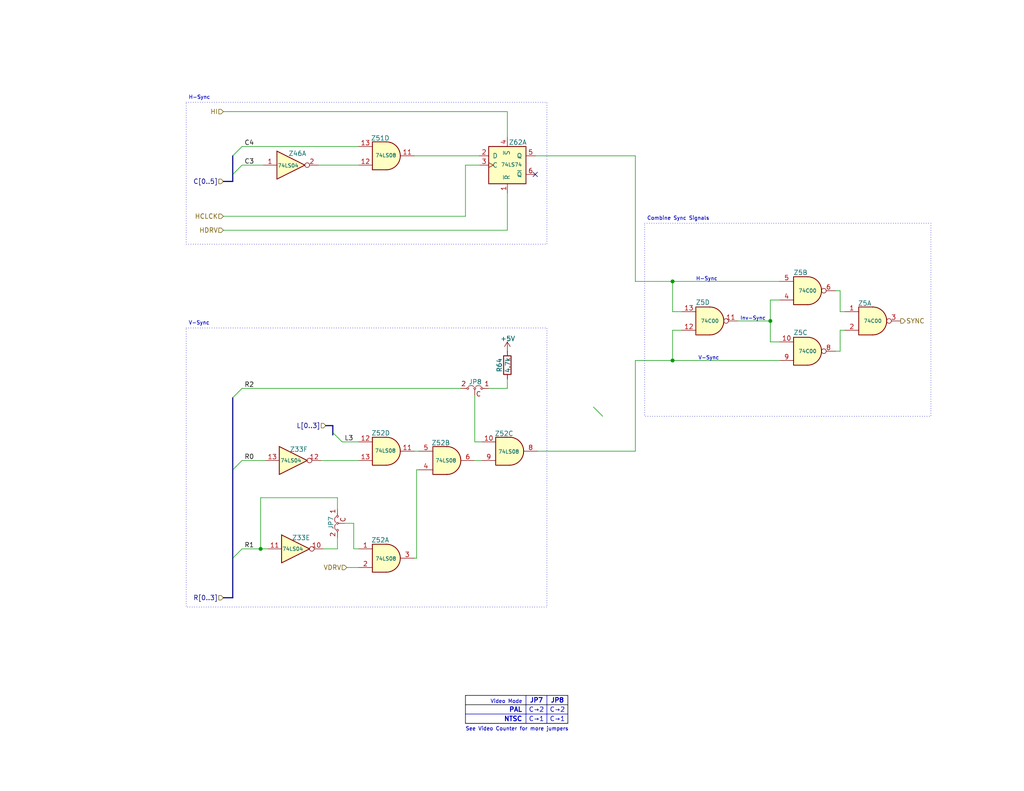
<source format=kicad_sch>
(kicad_sch (version 20250114) (generator "eeschema") (generator_version "9.0")
  (paper "USLetter")
  (title_block (title "TRS-80 Model I Rev HE11E011520") (date "2025-06-15") (rev "E1A") (company "RetroStack - Marcel Erz") (comment 2 "Circuit to combine sync signals and defining front- and back-porches in video signal") (comment 4 "Video Sync"))
  (lib_symbols
    (symbol "74xx:74LS00" (pin_names (offset 1.016))
      (property "Reference" "U" (at 0 1.27 0))
      (property "Value" "74LS00" (at 0 -1.27 0))
      (symbol "74LS00_1_1"
        (arc (start 0 3.81) (mid 3.7934 0) (end 0 -3.81) (stroke (width 0.254)) (fill (type background)))
        (polyline (pts (xy 0 3.81) (xy -3.81 3.81) (xy -3.81 -3.81) (xy 0 -3.81)) (stroke (width 0.254)) (fill (type background)))
        (pin input line (at -7.62 2.54 0) (length 3.81) (name "~") (number "1"))
        (pin input line (at -7.62 -2.54 0) (length 3.81) (name "~") (number "2"))
        (pin output inverted (at 7.62 0 180) (length 3.81) (name "~") (number "3"))
      )
      (symbol "74LS00_1_2"
        (arc (start -3.81 3.81) (mid -2.589 0) (end -3.81 -3.81) (stroke (width 0.254)))
        (polyline (pts (xy -3.81 3.81) (xy -0.635 3.81)) (stroke (width 0.254)) (fill (type background)))
        (polyline (pts (xy -3.81 -3.81) (xy -0.635 -3.81)) (stroke (width 0.254)) (fill (type background)))
        (arc (start 3.81 0) (mid 2.1855 -2.584) (end -0.6096 -3.81) (stroke (width 0.254)) (fill (type background)))
        (arc (start -0.6096 3.81) (mid 2.1928 2.5924) (end 3.81 0) (stroke (width 0.254)) (fill (type background)))
        (polyline (pts (xy -0.635 3.81) (xy -3.81 3.81) (xy -3.81 3.81) (xy -3.556 3.4036) (xy -3.0226 2.2606) (xy -2.6924 1.0414) (xy -2.6162 -0.254) (xy -2.7686 -1.4986) (xy -3.175 -2.7178) (xy -3.81 -3.81) (xy -3.81 -3.81) (xy -0.635 -3.81)) (stroke (width -25.4)) (fill (type background)))
        (pin input inverted (at -7.62 2.54 0) (length 4.318) (name "~") (number "1"))
        (pin input inverted (at -7.62 -2.54 0) (length 4.318) (name "~") (number "2"))
        (pin output line (at 7.62 0 180) (length 3.81) (name "~") (number "3"))
      )
      (symbol "74LS00_2_1"
        (arc (start 0 3.81) (mid 3.7934 0) (end 0 -3.81) (stroke (width 0.254)) (fill (type background)))
        (polyline (pts (xy 0 3.81) (xy -3.81 3.81) (xy -3.81 -3.81) (xy 0 -3.81)) (stroke (width 0.254)) (fill (type background)))
        (pin input line (at -7.62 2.54 0) (length 3.81) (name "~") (number "4"))
        (pin input line (at -7.62 -2.54 0) (length 3.81) (name "~") (number "5"))
        (pin output inverted (at 7.62 0 180) (length 3.81) (name "~") (number "6"))
      )
      (symbol "74LS00_2_2"
        (arc (start -3.81 3.81) (mid -2.589 0) (end -3.81 -3.81) (stroke (width 0.254)))
        (polyline (pts (xy -3.81 3.81) (xy -0.635 3.81)) (stroke (width 0.254)) (fill (type background)))
        (polyline (pts (xy -3.81 -3.81) (xy -0.635 -3.81)) (stroke (width 0.254)) (fill (type background)))
        (arc (start 3.81 0) (mid 2.1855 -2.584) (end -0.6096 -3.81) (stroke (width 0.254)) (fill (type background)))
        (arc (start -0.6096 3.81) (mid 2.1928 2.5924) (end 3.81 0) (stroke (width 0.254)) (fill (type background)))
        (polyline (pts (xy -0.635 3.81) (xy -3.81 3.81) (xy -3.81 3.81) (xy -3.556 3.4036) (xy -3.0226 2.2606) (xy -2.6924 1.0414) (xy -2.6162 -0.254) (xy -2.7686 -1.4986) (xy -3.175 -2.7178) (xy -3.81 -3.81) (xy -3.81 -3.81) (xy -0.635 -3.81)) (stroke (width -25.4)) (fill (type background)))
        (pin input inverted (at -7.62 2.54 0) (length 4.318) (name "~") (number "4"))
        (pin input inverted (at -7.62 -2.54 0) (length 4.318) (name "~") (number "5"))
        (pin output line (at 7.62 0 180) (length 3.81) (name "~") (number "6"))
      )
      (symbol "74LS00_3_1"
        (arc (start 0 3.81) (mid 3.7934 0) (end 0 -3.81) (stroke (width 0.254)) (fill (type background)))
        (polyline (pts (xy 0 3.81) (xy -3.81 3.81) (xy -3.81 -3.81) (xy 0 -3.81)) (stroke (width 0.254)) (fill (type background)))
        (pin input line (at -7.62 2.54 0) (length 3.81) (name "~") (number "9"))
        (pin input line (at -7.62 -2.54 0) (length 3.81) (name "~") (number "10"))
        (pin output inverted (at 7.62 0 180) (length 3.81) (name "~") (number "8"))
      )
      (symbol "74LS00_3_2"
        (arc (start -3.81 3.81) (mid -2.589 0) (end -3.81 -3.81) (stroke (width 0.254)))
        (polyline (pts (xy -3.81 3.81) (xy -0.635 3.81)) (stroke (width 0.254)) (fill (type background)))
        (polyline (pts (xy -3.81 -3.81) (xy -0.635 -3.81)) (stroke (width 0.254)) (fill (type background)))
        (arc (start 3.81 0) (mid 2.1855 -2.584) (end -0.6096 -3.81) (stroke (width 0.254)) (fill (type background)))
        (arc (start -0.6096 3.81) (mid 2.1928 2.5924) (end 3.81 0) (stroke (width 0.254)) (fill (type background)))
        (polyline (pts (xy -0.635 3.81) (xy -3.81 3.81) (xy -3.81 3.81) (xy -3.556 3.4036) (xy -3.0226 2.2606) (xy -2.6924 1.0414) (xy -2.6162 -0.254) (xy -2.7686 -1.4986) (xy -3.175 -2.7178) (xy -3.81 -3.81) (xy -3.81 -3.81) (xy -0.635 -3.81)) (stroke (width -25.4)) (fill (type background)))
        (pin input inverted (at -7.62 2.54 0) (length 4.318) (name "~") (number "9"))
        (pin input inverted (at -7.62 -2.54 0) (length 4.318) (name "~") (number "10"))
        (pin output line (at 7.62 0 180) (length 3.81) (name "~") (number "8"))
      )
      (symbol "74LS00_4_1"
        (arc (start 0 3.81) (mid 3.7934 0) (end 0 -3.81) (stroke (width 0.254)) (fill (type background)))
        (polyline (pts (xy 0 3.81) (xy -3.81 3.81) (xy -3.81 -3.81) (xy 0 -3.81)) (stroke (width 0.254)) (fill (type background)))
        (pin input line (at -7.62 2.54 0) (length 3.81) (name "~") (number "12"))
        (pin input line (at -7.62 -2.54 0) (length 3.81) (name "~") (number "13"))
        (pin output inverted (at 7.62 0 180) (length 3.81) (name "~") (number "11"))
      )
      (symbol "74LS00_4_2"
        (arc (start -3.81 3.81) (mid -2.589 0) (end -3.81 -3.81) (stroke (width 0.254)))
        (polyline (pts (xy -3.81 3.81) (xy -0.635 3.81)) (stroke (width 0.254)) (fill (type background)))
        (polyline (pts (xy -3.81 -3.81) (xy -0.635 -3.81)) (stroke (width 0.254)) (fill (type background)))
        (arc (start 3.81 0) (mid 2.1855 -2.584) (end -0.6096 -3.81) (stroke (width 0.254)) (fill (type background)))
        (arc (start -0.6096 3.81) (mid 2.1928 2.5924) (end 3.81 0) (stroke (width 0.254)) (fill (type background)))
        (polyline (pts (xy -0.635 3.81) (xy -3.81 3.81) (xy -3.81 3.81) (xy -3.556 3.4036) (xy -3.0226 2.2606) (xy -2.6924 1.0414) (xy -2.6162 -0.254) (xy -2.7686 -1.4986) (xy -3.175 -2.7178) (xy -3.81 -3.81) (xy -3.81 -3.81) (xy -0.635 -3.81)) (stroke (width -25.4)) (fill (type background)))
        (pin input inverted (at -7.62 2.54 0) (length 4.318) (name "~") (number "12"))
        (pin input inverted (at -7.62 -2.54 0) (length 4.318) (name "~") (number "13"))
        (pin output line (at 7.62 0 180) (length 3.81) (name "~") (number "11"))
      )
      (symbol "74LS00_5_0"
        (pin power_in line (at 0 12.7 270) (length 5.08) (name "VCC") (number "14"))
        (pin power_in line (at 0 -12.7 90) (length 5.08) (name "GND") (number "7"))
      )
      (symbol "74LS00_5_1"
        (rectangle (start -5.08 7.62) (end 5.08 -7.62) (stroke (width 0.254)) (fill (type background)))
      )
    )
    (symbol "74xx:74LS04"
      (property "Reference" "U" (at 0 1.27 0))
      (property "Value" "74LS04" (at 0 -1.27 0))
      (symbol "74LS04_1_0"
        (polyline (pts (xy -3.81 3.81) (xy -3.81 -3.81) (xy 3.81 0) (xy -3.81 3.81)) (stroke (width 0.254)) (fill (type background)))
        (pin input line (at -7.62 0 0) (length 3.81) (name "~") (number "1"))
        (pin output inverted (at 7.62 0 180) (length 3.81) (name "~") (number "2"))
      )
      (symbol "74LS04_2_0"
        (polyline (pts (xy -3.81 3.81) (xy -3.81 -3.81) (xy 3.81 0) (xy -3.81 3.81)) (stroke (width 0.254)) (fill (type background)))
        (pin input line (at -7.62 0 0) (length 3.81) (name "~") (number "3"))
        (pin output inverted (at 7.62 0 180) (length 3.81) (name "~") (number "4"))
      )
      (symbol "74LS04_3_0"
        (polyline (pts (xy -3.81 3.81) (xy -3.81 -3.81) (xy 3.81 0) (xy -3.81 3.81)) (stroke (width 0.254)) (fill (type background)))
        (pin input line (at -7.62 0 0) (length 3.81) (name "~") (number "5"))
        (pin output inverted (at 7.62 0 180) (length 3.81) (name "~") (number "6"))
      )
      (symbol "74LS04_4_0"
        (polyline (pts (xy -3.81 3.81) (xy -3.81 -3.81) (xy 3.81 0) (xy -3.81 3.81)) (stroke (width 0.254)) (fill (type background)))
        (pin input line (at -7.62 0 0) (length 3.81) (name "~") (number "9"))
        (pin output inverted (at 7.62 0 180) (length 3.81) (name "~") (number "8"))
      )
      (symbol "74LS04_5_0"
        (polyline (pts (xy -3.81 3.81) (xy -3.81 -3.81) (xy 3.81 0) (xy -3.81 3.81)) (stroke (width 0.254)) (fill (type background)))
        (pin input line (at -7.62 0 0) (length 3.81) (name "~") (number "11"))
        (pin output inverted (at 7.62 0 180) (length 3.81) (name "~") (number "10"))
      )
      (symbol "74LS04_6_0"
        (polyline (pts (xy -3.81 3.81) (xy -3.81 -3.81) (xy 3.81 0) (xy -3.81 3.81)) (stroke (width 0.254)) (fill (type background)))
        (pin input line (at -7.62 0 0) (length 3.81) (name "~") (number "13"))
        (pin output inverted (at 7.62 0 180) (length 3.81) (name "~") (number "12"))
      )
      (symbol "74LS04_7_0"
        (pin power_in line (at 0 12.7 270) (length 5.08) (name "VCC") (number "14"))
        (pin power_in line (at 0 -12.7 90) (length 5.08) (name "GND") (number "7"))
      )
      (symbol "74LS04_7_1"
        (rectangle (start -5.08 7.62) (end 5.08 -7.62) (stroke (width 0.254)) (fill (type background)))
      )
    )
    (symbol "74xx:74LS08" (pin_names (offset 1.016))
      (property "Reference" "U" (at 0 1.27 0))
      (property "Value" "74LS08" (at 0 -1.27 0))
      (symbol "74LS08_1_1"
        (arc (start 0 3.81) (mid 3.7934 0) (end 0 -3.81) (stroke (width 0.254)) (fill (type background)))
        (polyline (pts (xy 0 3.81) (xy -3.81 3.81) (xy -3.81 -3.81) (xy 0 -3.81)) (stroke (width 0.254)) (fill (type background)))
        (pin input line (at -7.62 2.54 0) (length 3.81) (name "~") (number "1"))
        (pin input line (at -7.62 -2.54 0) (length 3.81) (name "~") (number "2"))
        (pin output line (at 7.62 0 180) (length 3.81) (name "~") (number "3"))
      )
      (symbol "74LS08_1_2"
        (arc (start -3.81 3.81) (mid -2.589 0) (end -3.81 -3.81) (stroke (width 0.254)))
        (polyline (pts (xy -3.81 3.81) (xy -0.635 3.81)) (stroke (width 0.254)) (fill (type background)))
        (polyline (pts (xy -3.81 -3.81) (xy -0.635 -3.81)) (stroke (width 0.254)) (fill (type background)))
        (arc (start 3.81 0) (mid 2.1855 -2.584) (end -0.6096 -3.81) (stroke (width 0.254)) (fill (type background)))
        (arc (start -0.6096 3.81) (mid 2.1928 2.5924) (end 3.81 0) (stroke (width 0.254)) (fill (type background)))
        (polyline (pts (xy -0.635 3.81) (xy -3.81 3.81) (xy -3.81 3.81) (xy -3.556 3.4036) (xy -3.0226 2.2606) (xy -2.6924 1.0414) (xy -2.6162 -0.254) (xy -2.7686 -1.4986) (xy -3.175 -2.7178) (xy -3.81 -3.81) (xy -3.81 -3.81) (xy -0.635 -3.81)) (stroke (width -25.4)) (fill (type background)))
        (pin input inverted (at -7.62 2.54 0) (length 4.318) (name "~") (number "1"))
        (pin input inverted (at -7.62 -2.54 0) (length 4.318) (name "~") (number "2"))
        (pin output inverted (at 7.62 0 180) (length 3.81) (name "~") (number "3"))
      )
      (symbol "74LS08_2_1"
        (arc (start 0 3.81) (mid 3.7934 0) (end 0 -3.81) (stroke (width 0.254)) (fill (type background)))
        (polyline (pts (xy 0 3.81) (xy -3.81 3.81) (xy -3.81 -3.81) (xy 0 -3.81)) (stroke (width 0.254)) (fill (type background)))
        (pin input line (at -7.62 2.54 0) (length 3.81) (name "~") (number "4"))
        (pin input line (at -7.62 -2.54 0) (length 3.81) (name "~") (number "5"))
        (pin output line (at 7.62 0 180) (length 3.81) (name "~") (number "6"))
      )
      (symbol "74LS08_2_2"
        (arc (start -3.81 3.81) (mid -2.589 0) (end -3.81 -3.81) (stroke (width 0.254)))
        (polyline (pts (xy -3.81 3.81) (xy -0.635 3.81)) (stroke (width 0.254)) (fill (type background)))
        (polyline (pts (xy -3.81 -3.81) (xy -0.635 -3.81)) (stroke (width 0.254)) (fill (type background)))
        (arc (start 3.81 0) (mid 2.1855 -2.584) (end -0.6096 -3.81) (stroke (width 0.254)) (fill (type background)))
        (arc (start -0.6096 3.81) (mid 2.1928 2.5924) (end 3.81 0) (stroke (width 0.254)) (fill (type background)))
        (polyline (pts (xy -0.635 3.81) (xy -3.81 3.81) (xy -3.81 3.81) (xy -3.556 3.4036) (xy -3.0226 2.2606) (xy -2.6924 1.0414) (xy -2.6162 -0.254) (xy -2.7686 -1.4986) (xy -3.175 -2.7178) (xy -3.81 -3.81) (xy -3.81 -3.81) (xy -0.635 -3.81)) (stroke (width -25.4)) (fill (type background)))
        (pin input inverted (at -7.62 2.54 0) (length 4.318) (name "~") (number "4"))
        (pin input inverted (at -7.62 -2.54 0) (length 4.318) (name "~") (number "5"))
        (pin output inverted (at 7.62 0 180) (length 3.81) (name "~") (number "6"))
      )
      (symbol "74LS08_3_1"
        (arc (start 0 3.81) (mid 3.7934 0) (end 0 -3.81) (stroke (width 0.254)) (fill (type background)))
        (polyline (pts (xy 0 3.81) (xy -3.81 3.81) (xy -3.81 -3.81) (xy 0 -3.81)) (stroke (width 0.254)) (fill (type background)))
        (pin input line (at -7.62 2.54 0) (length 3.81) (name "~") (number "9"))
        (pin input line (at -7.62 -2.54 0) (length 3.81) (name "~") (number "10"))
        (pin output line (at 7.62 0 180) (length 3.81) (name "~") (number "8"))
      )
      (symbol "74LS08_3_2"
        (arc (start -3.81 3.81) (mid -2.589 0) (end -3.81 -3.81) (stroke (width 0.254)))
        (polyline (pts (xy -3.81 3.81) (xy -0.635 3.81)) (stroke (width 0.254)) (fill (type background)))
        (polyline (pts (xy -3.81 -3.81) (xy -0.635 -3.81)) (stroke (width 0.254)) (fill (type background)))
        (arc (start 3.81 0) (mid 2.1855 -2.584) (end -0.6096 -3.81) (stroke (width 0.254)) (fill (type background)))
        (arc (start -0.6096 3.81) (mid 2.1928 2.5924) (end 3.81 0) (stroke (width 0.254)) (fill (type background)))
        (polyline (pts (xy -0.635 3.81) (xy -3.81 3.81) (xy -3.81 3.81) (xy -3.556 3.4036) (xy -3.0226 2.2606) (xy -2.6924 1.0414) (xy -2.6162 -0.254) (xy -2.7686 -1.4986) (xy -3.175 -2.7178) (xy -3.81 -3.81) (xy -3.81 -3.81) (xy -0.635 -3.81)) (stroke (width -25.4)) (fill (type background)))
        (pin input inverted (at -7.62 2.54 0) (length 4.318) (name "~") (number "9"))
        (pin input inverted (at -7.62 -2.54 0) (length 4.318) (name "~") (number "10"))
        (pin output inverted (at 7.62 0 180) (length 3.81) (name "~") (number "8"))
      )
      (symbol "74LS08_4_1"
        (arc (start 0 3.81) (mid 3.7934 0) (end 0 -3.81) (stroke (width 0.254)) (fill (type background)))
        (polyline (pts (xy 0 3.81) (xy -3.81 3.81) (xy -3.81 -3.81) (xy 0 -3.81)) (stroke (width 0.254)) (fill (type background)))
        (pin input line (at -7.62 2.54 0) (length 3.81) (name "~") (number "12"))
        (pin input line (at -7.62 -2.54 0) (length 3.81) (name "~") (number "13"))
        (pin output line (at 7.62 0 180) (length 3.81) (name "~") (number "11"))
      )
      (symbol "74LS08_4_2"
        (arc (start -3.81 3.81) (mid -2.589 0) (end -3.81 -3.81) (stroke (width 0.254)))
        (polyline (pts (xy -3.81 3.81) (xy -0.635 3.81)) (stroke (width 0.254)) (fill (type background)))
        (polyline (pts (xy -3.81 -3.81) (xy -0.635 -3.81)) (stroke (width 0.254)) (fill (type background)))
        (arc (start 3.81 0) (mid 2.1855 -2.584) (end -0.6096 -3.81) (stroke (width 0.254)) (fill (type background)))
        (arc (start -0.6096 3.81) (mid 2.1928 2.5924) (end 3.81 0) (stroke (width 0.254)) (fill (type background)))
        (polyline (pts (xy -0.635 3.81) (xy -3.81 3.81) (xy -3.81 3.81) (xy -3.556 3.4036) (xy -3.0226 2.2606) (xy -2.6924 1.0414) (xy -2.6162 -0.254) (xy -2.7686 -1.4986) (xy -3.175 -2.7178) (xy -3.81 -3.81) (xy -3.81 -3.81) (xy -0.635 -3.81)) (stroke (width -25.4)) (fill (type background)))
        (pin input inverted (at -7.62 2.54 0) (length 4.318) (name "~") (number "12"))
        (pin input inverted (at -7.62 -2.54 0) (length 4.318) (name "~") (number "13"))
        (pin output inverted (at 7.62 0 180) (length 3.81) (name "~") (number "11"))
      )
      (symbol "74LS08_5_0"
        (pin power_in line (at 0 12.7 270) (length 5.08) (name "VCC") (number "14"))
        (pin power_in line (at 0 -12.7 90) (length 5.08) (name "GND") (number "7"))
      )
      (symbol "74LS08_5_1"
        (rectangle (start -5.08 7.62) (end 5.08 -7.62) (stroke (width 0.254)) (fill (type background)))
      )
    )
    (symbol "74xx:74LS74" (pin_names (offset 1.016))
      (property "Reference" "U" (at -7.62 8.89 0))
      (property "Value" "74LS74" (at -7.62 -8.89 0))
      (symbol "74LS74_1_0"
        (pin input line (at -7.62 2.54 0) (length 2.54) (name "D") (number "2"))
        (pin input clock (at -7.62 0 0) (length 2.54) (name "C") (number "3"))
        (pin input line (at 0 7.62 270) (length 2.54) (name "~{S}") (number "4"))
        (pin input line (at 0 -7.62 90) (length 2.54) (name "~{R}") (number "1"))
        (pin output line (at 7.62 2.54 180) (length 2.54) (name "Q") (number "5"))
        (pin output line (at 7.62 -2.54 180) (length 2.54) (name "~{Q}") (number "6"))
      )
      (symbol "74LS74_1_1"
        (rectangle (start -5.08 5.08) (end 5.08 -5.08) (stroke (width 0.254)) (fill (type background)))
      )
      (symbol "74LS74_2_0"
        (pin input line (at -7.62 2.54 0) (length 2.54) (name "D") (number "12"))
        (pin input clock (at -7.62 0 0) (length 2.54) (name "C") (number "11"))
        (pin input line (at 0 7.62 270) (length 2.54) (name "~{S}") (number "10"))
        (pin input line (at 0 -7.62 90) (length 2.54) (name "~{R}") (number "13"))
        (pin output line (at 7.62 2.54 180) (length 2.54) (name "Q") (number "9"))
        (pin output line (at 7.62 -2.54 180) (length 2.54) (name "~{Q}") (number "8"))
      )
      (symbol "74LS74_2_1"
        (rectangle (start -5.08 5.08) (end 5.08 -5.08) (stroke (width 0.254)) (fill (type background)))
      )
      (symbol "74LS74_3_0"
        (pin power_in line (at 0 10.16 270) (length 2.54) (name "VCC") (number "14"))
        (pin power_in line (at 0 -10.16 90) (length 2.54) (name "GND") (number "7"))
      )
      (symbol "74LS74_3_1"
        (rectangle (start -5.08 7.62) (end 5.08 -7.62) (stroke (width 0.254)) (fill (type background)))
      )
    )
    (symbol "Device:R" (pin_numbers (hide yes)) (pin_names (offset 0))
      (property "Reference" "R" (at 2.032 0 90))
      (property "Value" "R" (at 0 0 90))
      (symbol "R_0_1"
        (rectangle (start -1.016 -2.54) (end 1.016 2.54) (stroke (width 0.254)))
      )
      (symbol "R_1_1"
        (pin passive line (at 0 3.81 270) (length 1.27) (name "~") (number "1"))
        (pin passive line (at 0 -3.81 90) (length 1.27) (name "~") (number "2"))
      )
    )
    (symbol "Library:TRS80_Model_I_Jumper_3_Jap" (pin_numbers (hide yes)) (pin_names (offset 0) (hide yes))
      (property "Reference" "JP" (at 0 2.794 0))
      (property "Value" "TRS80_Model_I_Jumper_3_Jap" (at 0 -2.286 0))
      (symbol "TRS80_Model_I_Jumper_3_Jap_0_0"
        (circle (center -0.635 0) (radius 0.254))
        (circle (center 1.27 0) (radius 0.254))
        (circle (center 3.175 0) (radius 0.254))
      )
      (symbol "TRS80_Model_I_Jumper_3_Jap_0_1"
        (polyline (pts (xy -1.27 0) (xy -1.016 0)))
        (arc (start -0.508 0.508) (mid 0.254 0.7613) (end 1.016 0.508))
        (polyline (pts (xy 1.27 -0.635) (xy 1.27 -0.254)))
        (arc (start 1.524 0.508) (mid 2.286 0.7613) (end 3.048 0.508))
        (polyline (pts (xy 3.81 0) (xy 3.556 0)))
      )
      (symbol "TRS80_Model_I_Jumper_3_Jap_1_1"
        (text "1" (at -2.032 1.27 0) (effects (font (size 1.27 1.27))))
        (text "C" (at 0.254 -1.524 0) (effects (font (size 1.27 1.27))))
        (text "2" (at 4.318 1.27 0) (effects (font (size 1.27 1.27))))
        (pin passive line (at -2.54 0 0) (length 1.27) (name "A") (number "1"))
        (pin passive line (at 1.27 -1.905 90) (length 1.27) (name "B") (number "2"))
        (pin passive line (at 5.08 0 180) (length 1.27) (name "A") (number "3"))
      )
    )
    (symbol "power:+5V" (power) (pin_numbers (hide yes)) (pin_names (offset 0) (hide yes))
      (property "Value" "+5V" (at 0 3.556 0))
      (symbol "+5V_0_1"
        (polyline (pts (xy -0.762 1.27) (xy 0 2.54)))
        (polyline (pts (xy 0 2.54) (xy 0.762 1.27)))
        (polyline (pts (xy 0 0) (xy 0 2.54)))
      )
      (symbol "+5V_1_1"
        (pin power_in line (at 0 0 90) (length 0) (name "~") (number "1"))
      )
    )
  )
  (rectangle (start 50.8 27.94) (end 149.225 66.675) (stroke (width 0) (type dot)))
  (rectangle (start 50.8 89.535) (end 149.225 165.735) (stroke (width 0) (type dot)))
  (rectangle (start 175.895 60.96) (end 254 113.665) (stroke (width 0) (type dot)))
  (text "H-Sync" (at 189.865 76.835 0) (effects (font (size 1 1)) (justify left bottom)))
  (text "V-Sync" (at 190.5 98.425 0) (effects (font (size 1 1)) (justify left bottom)))
  (text "Inv-Sync" (at 201.93 87.63 0) (effects (font (size 1 1)) (justify left bottom)))
  (text "H-Sync" (at 51.435 27.305 0) (effects (font (size 1 1)) (justify left bottom)))
  (text "Combine Sync Signals" (at 176.53 60.325 0) (effects (font (size 1 1)) (justify left bottom)))
  (text "V-Sync" (at 51.435 88.9 0) (effects (font (size 1 1)) (justify left bottom)))
  (text "See Video Counter for more jumpers" (at 127 199.136 0) (effects (font (size 1 1)) (justify left)))
  (junction (at 183.515 76.835))
  (junction (at 71.12 149.86))
  (junction (at 210.185 87.63))
  (junction (at 183.515 98.425))
  (no_connect (at 146.05 47.625))
  (bus_entry (at 63.5 128.27) (size 2.54 -2.54))
  (bus_entry (at 63.5 47.625) (size 2.54 -2.54))
  (bus_entry (at 63.5 42.545) (size 2.54 -2.54))
  (bus_entry (at 63.5 152.4) (size 2.54 -2.54))
  (bus_entry (at 161.925 111.125) (size 2.54 2.54))
  (bus_entry (at 90.805 118.11) (size 2.54 2.54))
  (bus_entry (at 63.5 108.585) (size 2.54 -2.54))
  (wire (pts (xy 183.515 90.17) (xy 183.515 98.425)))
  (wire (pts (xy 113.665 152.4) (xy 113.665 128.27)))
  (bus (pts (xy 63.5 152.4) (xy 63.5 163.195)))
  (bus (pts (xy 60.96 163.195) (xy 63.5 163.195)))
  (wire (pts (xy 71.12 149.86) (xy 73.025 149.86)))
  (wire (pts (xy 173.355 123.19) (xy 173.355 98.425)))
  (bus (pts (xy 63.5 42.545) (xy 63.5 47.625)))
  (wire (pts (xy 138.43 103.505) (xy 138.43 106.045)))
  (wire (pts (xy 93.98 142.875) (xy 96.52 142.875)))
  (wire (pts (xy 93.345 120.65) (xy 97.79 120.65)))
  (wire (pts (xy 66.04 45.085) (xy 71.755 45.085)))
  (wire (pts (xy 138.43 37.465) (xy 138.43 30.48)))
  (wire (pts (xy 113.03 123.19) (xy 114.3 123.19)))
  (wire (pts (xy 227.965 79.375) (xy 229.235 79.375)))
  (wire (pts (xy 146.05 42.545) (xy 173.355 42.545)))
  (wire (pts (xy 173.355 42.545) (xy 173.355 76.835)))
  (wire (pts (xy 127 45.085) (xy 127 59.055)))
  (bus (pts (xy 90.805 116.205) (xy 90.805 118.11)))
  (wire (pts (xy 113.665 128.27) (xy 114.3 128.27)))
  (wire (pts (xy 60.96 59.055) (xy 127 59.055)))
  (wire (pts (xy 183.515 76.835) (xy 212.725 76.835)))
  (wire (pts (xy 86.995 45.085) (xy 97.79 45.085)))
  (wire (pts (xy 183.515 98.425) (xy 212.725 98.425)))
  (wire (pts (xy 229.235 85.09) (xy 230.505 85.09)))
  (wire (pts (xy 129.54 120.65) (xy 131.445 120.65)))
  (wire (pts (xy 88.265 149.86) (xy 92.075 149.86)))
  (wire (pts (xy 92.075 135.89) (xy 92.075 139.065)))
  (wire (pts (xy 66.04 40.005) (xy 97.79 40.005)))
  (wire (pts (xy 210.185 81.915) (xy 210.185 87.63)))
  (wire (pts (xy 227.965 95.885) (xy 229.235 95.885)))
  (wire (pts (xy 96.52 149.86) (xy 97.79 149.86)))
  (wire (pts (xy 173.355 98.425) (xy 183.515 98.425)))
  (wire (pts (xy 186.055 85.09) (xy 183.515 85.09)))
  (wire (pts (xy 229.235 90.17) (xy 230.505 90.17)))
  (wire (pts (xy 201.295 87.63) (xy 210.185 87.63)))
  (wire (pts (xy 113.03 42.545) (xy 130.81 42.545)))
  (wire (pts (xy 133.35 106.045) (xy 138.43 106.045)))
  (wire (pts (xy 60.96 62.865) (xy 138.43 62.865)))
  (wire (pts (xy 212.725 81.915) (xy 210.185 81.915)))
  (wire (pts (xy 92.075 146.685) (xy 92.075 149.86)))
  (wire (pts (xy 113.665 152.4) (xy 113.03 152.4)))
  (wire (pts (xy 66.04 149.86) (xy 71.12 149.86)))
  (bus (pts (xy 63.5 47.625) (xy 63.5 49.53)))
  (wire (pts (xy 138.43 52.705) (xy 138.43 62.865)))
  (wire (pts (xy 146.685 123.19) (xy 173.355 123.19)))
  (wire (pts (xy 210.185 93.345) (xy 212.725 93.345)))
  (wire (pts (xy 60.96 30.48) (xy 138.43 30.48)))
  (bus (pts (xy 90.805 118.11) (xy 90.805 118.745)))
  (wire (pts (xy 66.04 106.045) (xy 125.73 106.045)))
  (wire (pts (xy 129.54 125.73) (xy 131.445 125.73)))
  (wire (pts (xy 96.52 142.875) (xy 96.52 149.86)))
  (wire (pts (xy 210.185 87.63) (xy 210.185 93.345)))
  (bus (pts (xy 63.5 108.585) (xy 63.5 128.27)))
  (wire (pts (xy 229.235 79.375) (xy 229.235 85.09)))
  (wire (pts (xy 130.81 45.085) (xy 127 45.085)))
  (wire (pts (xy 94.615 154.94) (xy 97.79 154.94)))
  (wire (pts (xy 229.235 95.885) (xy 229.235 90.17)))
  (wire (pts (xy 173.355 76.835) (xy 183.515 76.835)))
  (wire (pts (xy 71.12 135.89) (xy 71.12 149.86)))
  (bus (pts (xy 63.5 128.27) (xy 63.5 152.4)))
  (wire (pts (xy 186.055 90.17) (xy 183.515 90.17)))
  (bus (pts (xy 60.96 49.53) (xy 63.5 49.53)))
  (wire (pts (xy 71.12 135.89) (xy 92.075 135.89)))
  (wire (pts (xy 66.04 125.73) (xy 72.39 125.73)))
  (wire (pts (xy 129.54 107.95) (xy 129.54 120.65)))
  (wire (pts (xy 183.515 85.09) (xy 183.515 76.835)))
  (wire (pts (xy 87.63 125.73) (xy 97.79 125.73)))
  (bus (pts (xy 88.9 116.205) (xy 90.805 116.205)))
  (table (column_count 3) (border (external yes) (header yes) (stroke (width 0.3) (color 0 0 0 1))) (separators (rows yes) (cols yes)) (column_widths 16.51 5.715 5.715) (row_heights 2.54 2.54 2.54 0) (cells (table_cell "Video Mode" (at 127 189.865 0) (size 16.51 2.54) (margins 0.9525 0.9525 0.9525 0.9525) (span 1 1)) (table_cell "JP7" (at 143.51 189.865 0) (size 5.715 2.54) (margins 0.9525 0.9525 0.9525 0.9525) (span 1 1)) (table_cell "JP8" (at 149.225 189.865 0) (size 5.715 2.54) (margins 0.9525 0.9525 0.9525 0.9525) (span 1 1)) (table_cell "PAL" (at 127 192.405 0) (size 16.51 2.54) (margins 0.9525 0.9525 0.9525 0.9525) (span 1 1)) (table_cell "C→2" (at 143.51 192.405 0) (size 5.715 2.54) (margins 0.9525 0.9525 0.9525 0.9525) (span 1 1)) (table_cell "C→2" (at 149.225 192.405 0) (size 5.715 2.54) (margins 0.9525 0.9525 0.9525 0.9525) (span 1 1)) (table_cell "NTSC" (at 127 194.945 0) (size 16.51 2.54) (margins 0.9525 0.9525 0.9525 0.9525) (span 1 1)) (table_cell "C→1" (at 143.51 194.945 0) (size 5.715 2.54) (margins 0.9525 0.9525 0.9525 0.9525) (span 1 1)) (table_cell "C→1" (at 149.225 194.945 0) (size 5.715 2.54) (margins 0.9525 0.9525 0.9525 0.9525) (span 1 1)) (table_cell "" (at 127 197.485 0) (size 16.51 0) (margins 0.9525 0.9525 0.9525 0.9525) (span 1 1)) (table_cell "" (at 143.51 197.485 0) (size 5.715 0) (margins 0.9525 0.9525 0.9525 0.9525) (span 1 1)) (table_cell "" (at 149.225 197.485 0) (size 5.715 0) (margins 0.9525 0.9525 0.9525 0.9525) (span 1 1))))
  (label "C4" (at 66.675 40.005 0))
  (label "R1" (at 66.675 149.86 0))
  (label "L3" (at 93.98 120.65 0))
  (label "C3" (at 66.675 45.085 0))
  (label "R0" (at 66.675 125.73 0))
  (label "R2" (at 66.675 106.045 0))
  (hierarchical_label "L[0..3]" (shape input) (at 88.9 116.205 180))
  (hierarchical_label "VDRV" (shape input) (at 94.615 154.94 180))
  (hierarchical_label "HI" (shape input) (at 60.96 30.48 180))
  (hierarchical_label "HCLCK" (shape input) (at 60.96 59.055 180))
  (hierarchical_label "HDRV" (shape input) (at 60.96 62.865 180))
  (hierarchical_label "C[0..5]" (shape input) (at 60.96 49.53 180))
  (hierarchical_label "R[0..3]" (shape input) (at 60.96 163.195 180))
  (hierarchical_label "SYNC" (shape output) (at 245.745 87.63 0))
  (symbol (lib_id "power:+5V") (at 138.43 95.885 0) (unit 1)
    (property "Reference" "#PWR02" (effects (hide yes)))
    (property "Value" "+5V" (at 138.557 92.456 0))
    (property "Description" "Power symbol creates a global label with name \"+5V\"" (effects (hide yes)))
  )
  (symbol (lib_id "Library:TRS80_Model_I_Jumper_3_Jap") (at 130.81 106.045 0) (mirror y) (unit 1)
    (property "Reference" "JP8" (at 129.667 104.267 0))
    (property "Value" "TRS80_Model_I_Jumper_3_Jap" (effects (hide yes)))
    (property "Footprint" "Library:TRS80_Model_I_Jumper_3_Open_Jap" (effects (hide yes)))
    (property "Description" "Jumper, 2-pole, small symbol, open" (effects (hide yes)))
  )
  (symbol (lib_id "74xx:74LS74") (at 138.43 45.085 0) (unit 1)
    (property "Reference" "Z62" (at 138.811 38.862 0) (effects (justify left)))
    (property "Value" "74LS74" (at 139.573 44.958 0) (effects (font (size 1 1))))
    (property "Footprint" "Library:TRS80_Model_I_DIP14_Jap" (effects (hide yes)))
    (property "Datasheet" "74xx/74hc_hct74.pdf" (effects (hide yes)))
    (property "Description" "Dual D Flip-flop, Set & Reset" (effects (hide yes)))
  )
  (symbol (lib_id "74xx:74LS00") (at 193.675 87.63 0) (mirror x) (unit 4)
    (property "Reference" "Z32" (at 191.77 82.55 0))
    (property "Value" "74C00" (at 193.675 87.63 0) (effects (font (size 1 1))))
    (property "Footprint" "Library:TRS80_Model_I_DIP14_Jap" (effects (hide yes)))
    (property "Datasheet" "http://www.ti.com/lit/gpn/sn74ls00" (effects (hide yes)))
    (instances (project "Replica" (path "" (reference "Z5") (unit 4))) (project "TRS80_Model_I_G_E1" (path "" (reference "Z32") (unit 4))))
  )
  (symbol (lib_id "74xx:74LS00") (at 238.125 87.63 0) (unit 1)
    (property "Reference" "Z32" (at 235.966 82.804 0))
    (property "Value" "74C00" (at 238.125 87.63 0) (effects (font (size 1 1))))
    (property "Footprint" "Library:TRS80_Model_I_DIP14_Jap" (effects (hide yes)))
    (property "Datasheet" "http://www.ti.com/lit/gpn/sn74ls00" (effects (hide yes)))
    (instances (project "Replica" (path "" (reference "Z5") (unit 1))) (project "TRS80_Model_I_G_E1" (path "" (reference "Z32") (unit 1))))
  )
  (symbol (lib_id "74xx:74LS08") (at 105.41 123.19 0) (unit 4)
    (property "Reference" "Z52" (at 103.886 118.237 0))
    (property "Value" "74LS08" (at 105.156 123.063 0) (effects (font (size 1 1))))
    (property "Footprint" "Library:TRS80_Model_I_DIP14_Jap" (effects (hide yes)))
    (property "Datasheet" "http://www.ti.com/lit/gpn/sn74LS08" (effects (hide yes)))
    (property "Description" "Quad And2" (effects (hide yes)))
  )
  (symbol (lib_id "74xx:74LS08") (at 105.41 42.545 0) (mirror x) (unit 4)
    (property "Reference" "Z51" (at 103.759 37.719 0))
    (property "Value" "74LS08" (at 105.283 42.418 0) (effects (font (size 1 1))))
    (property "Footprint" "Library:TRS80_Model_I_DIP14_Jap" (effects (hide yes)))
    (property "Datasheet" "http://www.ti.com/lit/gpn/sn74LS08" (effects (hide yes)))
    (property "Description" "Quad And2" (effects (hide yes)))
  )
  (symbol (lib_id "Library:TRS80_Model_I_Jumper_3_Jap") (at 92.075 141.605 90) (mirror x) (unit 1)
    (property "Reference" "JP7" (at 90.297 142.748 0))
    (property "Value" "TRS80_Model_I_Jumper_3_Jap" (effects (hide yes)))
    (property "Footprint" "Library:TRS80_Model_I_Jumper_3_Open_HFlipped_VFlipped_Jap" (effects (hide yes)))
    (property "Description" "Jumper, 2-pole, small symbol, open" (effects (hide yes)))
  )
  (symbol (lib_id "74xx:74LS04") (at 80.645 149.86 0) (unit 5)
    (property "Reference" "Z33" (at 82.169 146.812 0))
    (property "Value" "74LS04" (at 79.883 149.86 0) (effects (font (size 1 1))))
    (property "Footprint" "Library:TRS80_Model_I_DIP14_Jap" (effects (hide yes)))
    (property "Datasheet" "http://www.ti.com/lit/gpn/sn74LS04" (effects (hide yes)))
    (property "Description" "Hex Inverter" (effects (hide yes)))
  )
  (symbol (lib_id "74xx:74LS04") (at 80.01 125.73 0) (unit 6)
    (property "Reference" "Z33" (at 81.534 122.682 0))
    (property "Value" "74LS04" (at 79.375 125.73 0) (effects (font (size 1 1))))
    (property "Footprint" "Library:TRS80_Model_I_DIP14_Jap" (effects (hide yes)))
    (property "Datasheet" "http://www.ti.com/lit/gpn/sn74LS04" (effects (hide yes)))
    (property "Description" "Hex Inverter" (effects (hide yes)))
  )
  (symbol (lib_id "Device:R") (at 138.43 99.695 0) (unit 1)
    (property "Reference" "R64" (at 136.271 99.695 90))
    (property "Value" "4.7k" (at 138.557 99.695 90))
    (property "Footprint" "Library:TRS80_Model_I_R_0.25W_Jap" (effects (hide yes)))
    (property "Description" "Resistor" (effects (hide yes)))
  )
  (symbol (lib_id "74xx:74LS08") (at 139.065 123.19 0) (mirror x) (unit 3)
    (property "Reference" "Z52" (at 137.541 118.364 0))
    (property "Value" "74LS08" (at 138.811 123.317 0) (effects (font (size 1 1))))
    (property "Footprint" "Library:TRS80_Model_I_DIP14_Jap" (effects (hide yes)))
    (property "Datasheet" "http://www.ti.com/lit/gpn/sn74LS08" (effects (hide yes)))
    (property "Description" "Quad And2" (effects (hide yes)))
  )
  (symbol (lib_id "74xx:74LS00") (at 220.345 79.375 0) (mirror x) (unit 2)
    (property "Reference" "Z32" (at 218.44 74.422 0))
    (property "Value" "74C00" (at 220.345 79.375 0) (effects (font (size 1 1))))
    (property "Footprint" "Library:TRS80_Model_I_DIP14_Jap" (effects (hide yes)))
    (property "Datasheet" "http://www.ti.com/lit/gpn/sn74ls00" (effects (hide yes)))
    (instances (project "Replica" (path "" (reference "Z5") (unit 2))) (project "TRS80_Model_I_G_E1" (path "" (reference "Z32") (unit 2))))
  )
  (symbol (lib_id "74xx:74LS00") (at 220.345 95.885 0) (mirror x) (unit 3)
    (property "Reference" "Z32" (at 218.44 90.805 0))
    (property "Value" "74C00" (at 220.345 95.885 0) (effects (font (size 1 1))))
    (property "Footprint" "Library:TRS80_Model_I_DIP14_Jap" (effects (hide yes)))
    (property "Datasheet" "http://www.ti.com/lit/gpn/sn74ls00" (effects (hide yes)))
    (instances (project "Replica" (path "" (reference "Z5") (unit 3))) (project "TRS80_Model_I_G_E1" (path "" (reference "Z32") (unit 3))))
  )
  (symbol (lib_id "74xx:74LS08") (at 121.92 125.73 0) (mirror x) (unit 2)
    (property "Reference" "Z52" (at 120.269 120.904 0))
    (property "Value" "74LS08" (at 121.666 125.73 0) (effects (font (size 1 1))))
    (property "Footprint" "Library:TRS80_Model_I_DIP14_Jap" (effects (hide yes)))
    (property "Datasheet" "http://www.ti.com/lit/gpn/sn74LS08" (effects (hide yes)))
    (property "Description" "Quad And2" (effects (hide yes)))
  )
  (symbol (lib_id "74xx:74LS04") (at 79.375 45.085 0) (unit 1)
    (property "Reference" "Z46" (at 81.153 41.91 0))
    (property "Value" "74LS04" (at 78.613 45.212 0) (effects (font (size 1 1))))
    (property "Footprint" "Library:TRS80_Model_I_DIP14_Jap" (effects (hide yes)))
    (property "Datasheet" "http://www.ti.com/lit/gpn/sn74LS04" (effects (hide yes)))
    (property "Description" "Hex Inverter" (effects (hide yes)))
  )
  (symbol (lib_id "74xx:74LS08") (at 105.41 152.4 0) (unit 1)
    (property "Reference" "Z52" (at 103.759 147.447 0))
    (property "Value" "74LS08" (at 105.283 152.527 0) (effects (font (size 1 1))))
    (property "Footprint" "Library:TRS80_Model_I_DIP14_Jap" (effects (hide yes)))
    (property "Datasheet" "http://www.ti.com/lit/gpn/sn74LS08" (effects (hide yes)))
    (property "Description" "Quad And2" (effects (hide yes)))
  )
)
</source>
